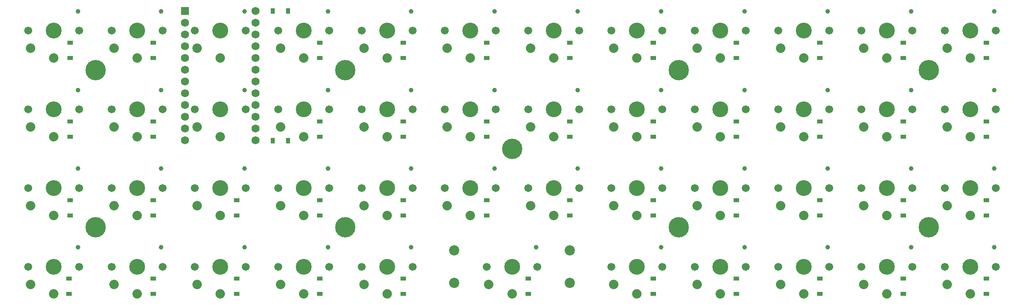
<source format=gbr>
%TF.GenerationSoftware,KiCad,Pcbnew,(5.1.9)-1*%
%TF.CreationDate,2021-08-02T02:46:03+02:00*%
%TF.ProjectId,rooster-pcb,726f6f73-7465-4722-9d70-63622e6b6963,rev?*%
%TF.SameCoordinates,Original*%
%TF.FileFunction,Soldermask,Bot*%
%TF.FilePolarity,Negative*%
%FSLAX46Y46*%
G04 Gerber Fmt 4.6, Leading zero omitted, Abs format (unit mm)*
G04 Created by KiCad (PCBNEW (5.1.9)-1) date 2021-08-02 02:46:03*
%MOMM*%
%LPD*%
G01*
G04 APERTURE LIST*
%ADD10C,1.701800*%
%ADD11C,0.990600*%
%ADD12C,2.032000*%
%ADD13C,3.429000*%
%ADD14R,1.200000X0.900000*%
%ADD15C,2.200000*%
%ADD16C,4.400000*%
%ADD17C,1.752600*%
%ADD18R,1.752600X1.752600*%
%ADD19R,0.900000X1.200000*%
G04 APERTURE END LIST*
D10*
%TO.C,SW1-5*%
X126500000Y-59000000D03*
X137500000Y-59000000D03*
D11*
X137220000Y-54800000D03*
D12*
X132000000Y-64900000D03*
X127000000Y-62800000D03*
D13*
X132000000Y-59000000D03*
%TD*%
D10*
%TO.C,SW1-8*%
X180500000Y-59000000D03*
X191500000Y-59000000D03*
D11*
X191220000Y-54800000D03*
D12*
X186000000Y-64900000D03*
X181000000Y-62800000D03*
D13*
X186000000Y-59000000D03*
%TD*%
D10*
%TO.C,SW2-10*%
X216500000Y-76000000D03*
X227500000Y-76000000D03*
D11*
X227220000Y-71800000D03*
D12*
X222000000Y-81900000D03*
X217000000Y-79800000D03*
D13*
X222000000Y-76000000D03*
%TD*%
D14*
%TO.C,D0-0*%
X45500000Y-47900000D03*
X45500000Y-44600000D03*
%TD*%
D15*
%TO.C,N4*%
X153500000Y-96500000D03*
%TD*%
%TO.C,N2*%
X153500000Y-89500000D03*
%TD*%
%TO.C,N3*%
X128500000Y-96500000D03*
%TD*%
%TO.C,N1*%
X128500000Y-89500000D03*
%TD*%
D16*
%TO.C,M7*%
X177000000Y-84500000D03*
%TD*%
%TO.C,M3*%
X177000000Y-50500000D03*
%TD*%
%TO.C,M6*%
X105000000Y-84500000D03*
%TD*%
%TO.C,M2*%
X105000000Y-50500000D03*
%TD*%
%TO.C,M9*%
X141000000Y-67500000D03*
%TD*%
%TO.C,M8*%
X231000000Y-84500000D03*
%TD*%
%TO.C,M4*%
X231000000Y-50500000D03*
%TD*%
%TO.C,M5*%
X51000000Y-84500000D03*
%TD*%
%TO.C,M1*%
X51000000Y-50500000D03*
%TD*%
D17*
%TO.C,U1*%
X85620000Y-37780000D03*
X70380000Y-65720000D03*
X85620000Y-40320000D03*
X85620000Y-42860000D03*
X85620000Y-45400000D03*
X85620000Y-47940000D03*
X85620000Y-50480000D03*
X85620000Y-53020000D03*
X85620000Y-55560000D03*
X85620000Y-58100000D03*
X85620000Y-60640000D03*
X85620000Y-63180000D03*
X85620000Y-65720000D03*
X70380000Y-63180000D03*
X70380000Y-60640000D03*
X70380000Y-58100000D03*
X70380000Y-55560000D03*
X70380000Y-53020000D03*
X70380000Y-50480000D03*
X70380000Y-47940000D03*
X70380000Y-45400000D03*
X70380000Y-42860000D03*
X70380000Y-40320000D03*
D18*
X70380000Y-37780000D03*
%TD*%
D10*
%TO.C,SW3-11*%
X234500000Y-93000000D03*
X245500000Y-93000000D03*
D11*
X245220000Y-88800000D03*
D12*
X240000000Y-98900000D03*
X235000000Y-96800000D03*
D13*
X240000000Y-93000000D03*
%TD*%
D10*
%TO.C,SW3-10*%
X216500000Y-93000000D03*
X227500000Y-93000000D03*
D11*
X227220000Y-88800000D03*
D12*
X222000000Y-98900000D03*
X217000000Y-96800000D03*
D13*
X222000000Y-93000000D03*
%TD*%
D10*
%TO.C,SW3-9*%
X198500000Y-93000000D03*
X209500000Y-93000000D03*
D11*
X209220000Y-88800000D03*
D12*
X204000000Y-98900000D03*
X199000000Y-96800000D03*
D13*
X204000000Y-93000000D03*
%TD*%
D10*
%TO.C,SW3-8*%
X180500000Y-93000000D03*
X191500000Y-93000000D03*
D11*
X191220000Y-88800000D03*
D12*
X186000000Y-98900000D03*
X181000000Y-96800000D03*
D13*
X186000000Y-93000000D03*
%TD*%
D10*
%TO.C,SW3-7*%
X162500000Y-93000000D03*
X173500000Y-93000000D03*
D11*
X173220000Y-88800000D03*
D12*
X168000000Y-98900000D03*
X163000000Y-96800000D03*
D13*
X168000000Y-93000000D03*
%TD*%
D10*
%TO.C,SW3-5*%
X135500000Y-93000000D03*
X146500000Y-93000000D03*
D11*
X146220000Y-88800000D03*
D12*
X141000000Y-98900000D03*
X136000000Y-96800000D03*
D13*
X141000000Y-93000000D03*
%TD*%
D10*
%TO.C,SW3-4*%
X108500000Y-93000000D03*
X119500000Y-93000000D03*
D11*
X119220000Y-88800000D03*
D12*
X114000000Y-98900000D03*
X109000000Y-96800000D03*
D13*
X114000000Y-93000000D03*
%TD*%
D10*
%TO.C,SW3-3*%
X90500000Y-93000000D03*
X101500000Y-93000000D03*
D11*
X101220000Y-88800000D03*
D12*
X96000000Y-98900000D03*
X91000000Y-96800000D03*
D13*
X96000000Y-93000000D03*
%TD*%
D10*
%TO.C,SW3-2*%
X72500000Y-93000000D03*
X83500000Y-93000000D03*
D11*
X83220000Y-88800000D03*
D12*
X78000000Y-98900000D03*
X73000000Y-96800000D03*
D13*
X78000000Y-93000000D03*
%TD*%
D10*
%TO.C,SW3-1*%
X54500000Y-93000000D03*
X65500000Y-93000000D03*
D11*
X65220000Y-88800000D03*
D12*
X60000000Y-98900000D03*
X55000000Y-96800000D03*
D13*
X60000000Y-93000000D03*
%TD*%
D10*
%TO.C,SW3-0*%
X36500000Y-93000000D03*
X47500000Y-93000000D03*
D11*
X47220000Y-88800000D03*
D12*
X42000000Y-98900000D03*
X37000000Y-96800000D03*
D13*
X42000000Y-93000000D03*
%TD*%
D10*
%TO.C,SW2-11*%
X234500000Y-76000000D03*
X245500000Y-76000000D03*
D11*
X245220000Y-71800000D03*
D12*
X240000000Y-81900000D03*
X235000000Y-79800000D03*
D13*
X240000000Y-76000000D03*
%TD*%
D10*
%TO.C,SW2-9*%
X198500000Y-76000000D03*
X209500000Y-76000000D03*
D11*
X209220000Y-71800000D03*
D12*
X204000000Y-81900000D03*
X199000000Y-79800000D03*
D13*
X204000000Y-76000000D03*
%TD*%
D10*
%TO.C,SW2-8*%
X180500000Y-76000000D03*
X191500000Y-76000000D03*
D11*
X191220000Y-71800000D03*
D12*
X186000000Y-81900000D03*
X181000000Y-79800000D03*
D13*
X186000000Y-76000000D03*
%TD*%
D10*
%TO.C,SW2-7*%
X162500000Y-76000000D03*
X173500000Y-76000000D03*
D11*
X173220000Y-71800000D03*
D12*
X168000000Y-81900000D03*
X163000000Y-79800000D03*
D13*
X168000000Y-76000000D03*
%TD*%
D10*
%TO.C,SW2-6*%
X144500000Y-76000000D03*
X155500000Y-76000000D03*
D11*
X155220000Y-71800000D03*
D12*
X150000000Y-81900000D03*
X145000000Y-79800000D03*
D13*
X150000000Y-76000000D03*
%TD*%
D10*
%TO.C,SW2-5*%
X126500000Y-76000000D03*
X137500000Y-76000000D03*
D11*
X137220000Y-71800000D03*
D12*
X132000000Y-81900000D03*
X127000000Y-79800000D03*
D13*
X132000000Y-76000000D03*
%TD*%
D10*
%TO.C,SW2-4*%
X108500000Y-76000000D03*
X119500000Y-76000000D03*
D11*
X119220000Y-71800000D03*
D12*
X114000000Y-81900000D03*
X109000000Y-79800000D03*
D13*
X114000000Y-76000000D03*
%TD*%
D10*
%TO.C,SW2-3*%
X90500000Y-76000000D03*
X101500000Y-76000000D03*
D11*
X101220000Y-71800000D03*
D12*
X96000000Y-81900000D03*
X91000000Y-79800000D03*
D13*
X96000000Y-76000000D03*
%TD*%
D10*
%TO.C,SW2-2*%
X72500000Y-76000000D03*
X83500000Y-76000000D03*
D11*
X83220000Y-71800000D03*
D12*
X78000000Y-81900000D03*
X73000000Y-79800000D03*
D13*
X78000000Y-76000000D03*
%TD*%
D10*
%TO.C,SW2-1*%
X54500000Y-76000000D03*
X65500000Y-76000000D03*
D11*
X65220000Y-71800000D03*
D12*
X60000000Y-81900000D03*
X55000000Y-79800000D03*
D13*
X60000000Y-76000000D03*
%TD*%
D10*
%TO.C,SW2-0*%
X36500000Y-76000000D03*
X47500000Y-76000000D03*
D11*
X47220000Y-71800000D03*
D12*
X42000000Y-81900000D03*
X37000000Y-79800000D03*
D13*
X42000000Y-76000000D03*
%TD*%
D10*
%TO.C,SW1-11*%
X234500000Y-59000000D03*
X245500000Y-59000000D03*
D11*
X245220000Y-54800000D03*
D12*
X240000000Y-64900000D03*
X235000000Y-62800000D03*
D13*
X240000000Y-59000000D03*
%TD*%
D10*
%TO.C,SW1-10*%
X216500000Y-59000000D03*
X227500000Y-59000000D03*
D11*
X227220000Y-54800000D03*
D12*
X222000000Y-64900000D03*
X217000000Y-62800000D03*
D13*
X222000000Y-59000000D03*
%TD*%
D10*
%TO.C,SW1-9*%
X198500000Y-59000000D03*
X209500000Y-59000000D03*
D11*
X209220000Y-54800000D03*
D12*
X204000000Y-64900000D03*
X199000000Y-62800000D03*
D13*
X204000000Y-59000000D03*
%TD*%
D10*
%TO.C,SW1-7*%
X162500000Y-59000000D03*
X173500000Y-59000000D03*
D11*
X173220000Y-54800000D03*
D12*
X168000000Y-64900000D03*
X163000000Y-62800000D03*
D13*
X168000000Y-59000000D03*
%TD*%
D10*
%TO.C,SW1-6*%
X144500000Y-59000000D03*
X155500000Y-59000000D03*
D11*
X155220000Y-54800000D03*
D12*
X150000000Y-64900000D03*
X145000000Y-62800000D03*
D13*
X150000000Y-59000000D03*
%TD*%
D10*
%TO.C,SW1-4*%
X108500000Y-59000000D03*
X119500000Y-59000000D03*
D11*
X119220000Y-54800000D03*
D12*
X114000000Y-64900000D03*
X109000000Y-62800000D03*
D13*
X114000000Y-59000000D03*
%TD*%
D10*
%TO.C,SW1-3*%
X90500000Y-59000000D03*
X101500000Y-59000000D03*
D11*
X101220000Y-54800000D03*
D12*
X96000000Y-64900000D03*
X91000000Y-62800000D03*
D13*
X96000000Y-59000000D03*
%TD*%
D10*
%TO.C,SW1-2*%
X72500000Y-59000000D03*
X83500000Y-59000000D03*
D11*
X83220000Y-54800000D03*
D12*
X78000000Y-64900000D03*
X73000000Y-62800000D03*
D13*
X78000000Y-59000000D03*
%TD*%
D10*
%TO.C,SW1-1*%
X54500000Y-59000000D03*
X65500000Y-59000000D03*
D11*
X65220000Y-54800000D03*
D12*
X60000000Y-64900000D03*
X55000000Y-62800000D03*
D13*
X60000000Y-59000000D03*
%TD*%
D10*
%TO.C,SW1-0*%
X36500000Y-59000000D03*
X47500000Y-59000000D03*
D11*
X47220000Y-54800000D03*
D12*
X42000000Y-64900000D03*
X37000000Y-62800000D03*
D13*
X42000000Y-59000000D03*
%TD*%
D10*
%TO.C,SW0-11*%
X234500000Y-42000000D03*
X245500000Y-42000000D03*
D11*
X245220000Y-37800000D03*
D12*
X240000000Y-47900000D03*
X235000000Y-45800000D03*
D13*
X240000000Y-42000000D03*
%TD*%
D10*
%TO.C,SW0-10*%
X216500000Y-42000000D03*
X227500000Y-42000000D03*
D11*
X227220000Y-37800000D03*
D12*
X222000000Y-47900000D03*
X217000000Y-45800000D03*
D13*
X222000000Y-42000000D03*
%TD*%
D10*
%TO.C,SW0-9*%
X198500000Y-42000000D03*
X209500000Y-42000000D03*
D11*
X209220000Y-37800000D03*
D12*
X204000000Y-47900000D03*
X199000000Y-45800000D03*
D13*
X204000000Y-42000000D03*
%TD*%
D10*
%TO.C,SW0-8*%
X180500000Y-42000000D03*
X191500000Y-42000000D03*
D11*
X191220000Y-37800000D03*
D12*
X186000000Y-47900000D03*
X181000000Y-45800000D03*
D13*
X186000000Y-42000000D03*
%TD*%
D10*
%TO.C,SW0-7*%
X162500000Y-42000000D03*
X173500000Y-42000000D03*
D11*
X173220000Y-37800000D03*
D12*
X168000000Y-47900000D03*
X163000000Y-45800000D03*
D13*
X168000000Y-42000000D03*
%TD*%
D10*
%TO.C,SW0-6*%
X144500000Y-42000000D03*
X155500000Y-42000000D03*
D11*
X155220000Y-37800000D03*
D12*
X150000000Y-47900000D03*
X145000000Y-45800000D03*
D13*
X150000000Y-42000000D03*
%TD*%
D10*
%TO.C,SW0-5*%
X126500000Y-42000000D03*
X137500000Y-42000000D03*
D11*
X137220000Y-37800000D03*
D12*
X132000000Y-47900000D03*
X127000000Y-45800000D03*
D13*
X132000000Y-42000000D03*
%TD*%
D10*
%TO.C,SW0-4*%
X108500000Y-42000000D03*
X119500000Y-42000000D03*
D11*
X119220000Y-37800000D03*
D12*
X114000000Y-47900000D03*
X109000000Y-45800000D03*
D13*
X114000000Y-42000000D03*
%TD*%
D10*
%TO.C,SW0-3*%
X90500000Y-42000000D03*
X101500000Y-42000000D03*
D11*
X101220000Y-37800000D03*
D12*
X96000000Y-47900000D03*
X91000000Y-45800000D03*
D13*
X96000000Y-42000000D03*
%TD*%
D10*
%TO.C,SW0-2*%
X72500000Y-42000000D03*
X83500000Y-42000000D03*
D11*
X83220000Y-37800000D03*
D12*
X78000000Y-47900000D03*
X73000000Y-45800000D03*
D13*
X78000000Y-42000000D03*
%TD*%
D10*
%TO.C,SW0-1*%
X54500000Y-42000000D03*
X65500000Y-42000000D03*
D11*
X65220000Y-37800000D03*
D12*
X60000000Y-47900000D03*
X55000000Y-45800000D03*
D13*
X60000000Y-42000000D03*
%TD*%
D10*
%TO.C,SW0-0*%
X36500000Y-42000000D03*
X47500000Y-42000000D03*
D11*
X47220000Y-37800000D03*
D12*
X42000000Y-47900000D03*
X37000000Y-45800000D03*
D13*
X42000000Y-42000000D03*
%TD*%
D14*
%TO.C,D3-11*%
X243500000Y-98900000D03*
X243500000Y-95600000D03*
%TD*%
%TO.C,D3-10*%
X225500000Y-98900000D03*
X225500000Y-95600000D03*
%TD*%
%TO.C,D3-9*%
X207500000Y-98900000D03*
X207500000Y-95600000D03*
%TD*%
%TO.C,D3-8*%
X189500000Y-98900000D03*
X189500000Y-95600000D03*
%TD*%
%TO.C,D3-7*%
X171500000Y-98900000D03*
X171500000Y-95600000D03*
%TD*%
%TO.C,D3-5*%
X144500000Y-98900000D03*
X144500000Y-95600000D03*
%TD*%
%TO.C,D3-4*%
X117500000Y-98900000D03*
X117500000Y-95600000D03*
%TD*%
%TO.C,D3-3*%
X99500000Y-98900000D03*
X99500000Y-95600000D03*
%TD*%
%TO.C,D3-2*%
X81500000Y-98900000D03*
X81500000Y-95600000D03*
%TD*%
%TO.C,D3-1*%
X63500000Y-98900000D03*
X63500000Y-95600000D03*
%TD*%
%TO.C,D3-0*%
X45250000Y-98900000D03*
X45250000Y-95600000D03*
%TD*%
%TO.C,D2-11*%
X243500000Y-81900000D03*
X243500000Y-78600000D03*
%TD*%
%TO.C,D2-10*%
X225500000Y-81900000D03*
X225500000Y-78600000D03*
%TD*%
%TO.C,D2-9*%
X207500000Y-81900000D03*
X207500000Y-78600000D03*
%TD*%
%TO.C,D2-8*%
X189500000Y-81900000D03*
X189500000Y-78600000D03*
%TD*%
%TO.C,D2-7*%
X171500000Y-81900000D03*
X171500000Y-78600000D03*
%TD*%
%TO.C,D2-6*%
X153500000Y-81900000D03*
X153500000Y-78600000D03*
%TD*%
%TO.C,D2-5*%
X135500000Y-81900000D03*
X135500000Y-78600000D03*
%TD*%
%TO.C,D2-4*%
X117500000Y-81900000D03*
X117500000Y-78600000D03*
%TD*%
%TO.C,D2-3*%
X99500000Y-81900000D03*
X99500000Y-78600000D03*
%TD*%
%TO.C,D2-2*%
X81500000Y-81900000D03*
X81500000Y-78600000D03*
%TD*%
%TO.C,D2-1*%
X63500000Y-81900000D03*
X63500000Y-78600000D03*
%TD*%
%TO.C,D2-0*%
X45500000Y-81900000D03*
X45500000Y-78600000D03*
%TD*%
%TO.C,D1-11*%
X243500000Y-64900000D03*
X243500000Y-61600000D03*
%TD*%
%TO.C,D1-10*%
X225500000Y-64900000D03*
X225500000Y-61600000D03*
%TD*%
%TO.C,D1-9*%
X207500000Y-64900000D03*
X207500000Y-61600000D03*
%TD*%
%TO.C,D1-8*%
X189500000Y-64900000D03*
X189500000Y-61600000D03*
%TD*%
%TO.C,D1-7*%
X171500000Y-64900000D03*
X171500000Y-61600000D03*
%TD*%
%TO.C,D1-6*%
X153500000Y-64900000D03*
X153500000Y-61600000D03*
%TD*%
%TO.C,D1-5*%
X135500000Y-64900000D03*
X135500000Y-61600000D03*
%TD*%
%TO.C,D1-4*%
X117500000Y-64900000D03*
X117500000Y-61600000D03*
%TD*%
%TO.C,D1-3*%
X99500000Y-64900000D03*
X99500000Y-61600000D03*
%TD*%
D19*
%TO.C,D1-2*%
X89350000Y-65750000D03*
X92650000Y-65750000D03*
%TD*%
D14*
%TO.C,D1-1*%
X63500000Y-64900000D03*
X63500000Y-61600000D03*
%TD*%
%TO.C,D1-0*%
X45500000Y-64900000D03*
X45500000Y-61600000D03*
%TD*%
%TO.C,D0-11*%
X243500000Y-47900000D03*
X243500000Y-44600000D03*
%TD*%
%TO.C,D0-10*%
X225500000Y-47900000D03*
X225500000Y-44600000D03*
%TD*%
%TO.C,D0-9*%
X207500000Y-47900000D03*
X207500000Y-44600000D03*
%TD*%
%TO.C,D0-8*%
X189500000Y-47900000D03*
X189500000Y-44600000D03*
%TD*%
%TO.C,D0-7*%
X171500000Y-47900000D03*
X171500000Y-44600000D03*
%TD*%
%TO.C,D0-6*%
X153500000Y-47900000D03*
X153500000Y-44600000D03*
%TD*%
%TO.C,D0-5*%
X135500000Y-47900000D03*
X135500000Y-44600000D03*
%TD*%
%TO.C,D0-4*%
X117500000Y-47900000D03*
X117500000Y-44600000D03*
%TD*%
%TO.C,D0-3*%
X99500000Y-47900000D03*
X99500000Y-44600000D03*
%TD*%
D19*
%TO.C,D0-2*%
X89350000Y-37750000D03*
X92650000Y-37750000D03*
%TD*%
D14*
%TO.C,D0-1*%
X63500000Y-47900000D03*
X63500000Y-44600000D03*
%TD*%
M02*

</source>
